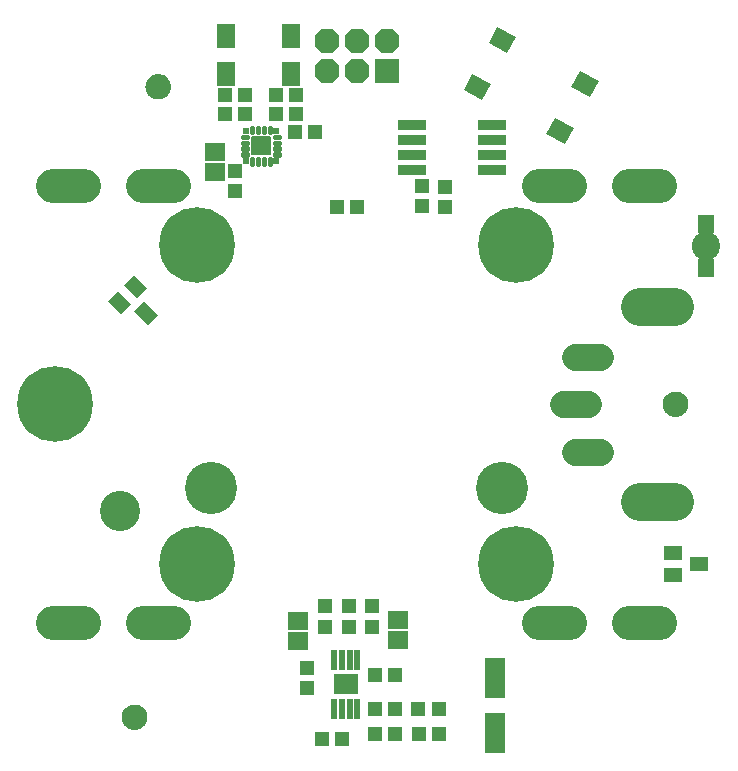
<source format=gts>
G75*
%MOIN*%
%OFA0B0*%
%FSLAX24Y24*%
%IPPOS*%
%LPD*%
%AMOC8*
5,1,8,0,0,1.08239X$1,22.5*
%
%ADD10C,0.1340*%
%ADD11C,0.0181*%
%ADD12R,0.0214X0.0214*%
%ADD13C,0.0050*%
%ADD14R,0.0513X0.0474*%
%ADD15C,0.2521*%
%ADD16C,0.0907*%
%ADD17C,0.1261*%
%ADD18R,0.0950X0.0320*%
%ADD19R,0.0820X0.0820*%
%ADD20OC8,0.0820*%
%ADD21R,0.0671X0.0592*%
%ADD22R,0.0474X0.0513*%
%ADD23R,0.0474X0.0631*%
%ADD24C,0.1130*%
%ADD25R,0.0710X0.0592*%
%ADD26R,0.0710X0.1340*%
%ADD27R,0.0592X0.0828*%
%ADD28R,0.0631X0.0474*%
%ADD29C,0.1740*%
%ADD30R,0.0237X0.0710*%
%ADD31R,0.0824X0.0698*%
%ADD32R,0.0572X0.0631*%
%ADD33C,0.0946*%
%ADD34C,0.1741*%
%ADD35C,0.0320*%
D10*
X006086Y010416D03*
D11*
X010470Y021986D02*
X010480Y021986D01*
X010470Y021986D02*
X010470Y022126D01*
X010480Y022126D01*
X010480Y021986D01*
X010667Y021986D02*
X010677Y021986D01*
X010667Y021986D02*
X010667Y022126D01*
X010677Y022126D01*
X010677Y021986D01*
X010864Y021986D02*
X010874Y021986D01*
X010864Y021986D02*
X010864Y022126D01*
X010874Y022126D01*
X010874Y021986D01*
X011061Y021986D02*
X011071Y021986D01*
X011061Y021986D02*
X011061Y022126D01*
X011071Y022126D01*
X011071Y021986D01*
X011226Y022281D02*
X011226Y022291D01*
X011366Y022291D01*
X011366Y022281D01*
X011226Y022281D01*
X011226Y022478D02*
X011226Y022488D01*
X011366Y022488D01*
X011366Y022478D01*
X011226Y022478D01*
X011226Y022675D02*
X011226Y022685D01*
X011366Y022685D01*
X011366Y022675D01*
X011226Y022675D01*
X011226Y022872D02*
X011226Y022882D01*
X011366Y022882D01*
X011366Y022872D01*
X011226Y022872D01*
X011071Y023177D02*
X011061Y023177D01*
X011071Y023177D02*
X011071Y023037D01*
X011061Y023037D01*
X011061Y023177D01*
X010874Y023177D02*
X010864Y023177D01*
X010874Y023177D02*
X010874Y023037D01*
X010864Y023037D01*
X010864Y023177D01*
X010677Y023177D02*
X010667Y023177D01*
X010677Y023177D02*
X010677Y023037D01*
X010667Y023037D01*
X010667Y023177D01*
X010480Y023177D02*
X010470Y023177D01*
X010480Y023177D02*
X010480Y023037D01*
X010470Y023037D01*
X010470Y023177D01*
X010315Y022882D02*
X010315Y022872D01*
X010175Y022872D01*
X010175Y022882D01*
X010315Y022882D01*
X010315Y022685D02*
X010315Y022675D01*
X010175Y022675D01*
X010175Y022685D01*
X010315Y022685D01*
X010315Y022488D02*
X010315Y022478D01*
X010175Y022478D01*
X010175Y022488D01*
X010315Y022488D01*
X010315Y022291D02*
X010315Y022281D01*
X010175Y022281D01*
X010175Y022291D01*
X010315Y022291D01*
D12*
X010273Y022080D03*
X011269Y022084D03*
X011269Y023080D03*
X010273Y023080D03*
D13*
X006217Y003330D02*
X006256Y003273D01*
X006305Y003225D01*
X006361Y003186D01*
X006423Y003156D01*
X006490Y003139D01*
X006558Y003133D01*
X006626Y003139D01*
X006693Y003156D01*
X006755Y003186D01*
X006811Y003225D01*
X006860Y003273D01*
X006899Y003330D01*
X006928Y003392D01*
X006946Y003458D01*
X006952Y003526D01*
X006946Y003595D01*
X006928Y003661D01*
X006899Y003723D01*
X006860Y003780D01*
X006811Y003828D01*
X006755Y003867D01*
X006693Y003896D01*
X006626Y003914D01*
X006558Y003920D01*
X006490Y003914D01*
X006423Y003896D01*
X006361Y003867D01*
X006305Y003828D01*
X006256Y003780D01*
X006217Y003723D01*
X006188Y003661D01*
X006170Y003595D01*
X006164Y003526D01*
X006170Y003458D01*
X006188Y003392D01*
X006217Y003330D01*
X006216Y003333D02*
X006900Y003333D01*
X006923Y003381D02*
X006193Y003381D01*
X006178Y003430D02*
X006938Y003430D01*
X006947Y003478D02*
X006168Y003478D01*
X006164Y003527D02*
X006952Y003527D01*
X006947Y003575D02*
X006169Y003575D01*
X006178Y003624D02*
X006938Y003624D01*
X006923Y003672D02*
X006193Y003672D01*
X006216Y003721D02*
X006900Y003721D01*
X006867Y003769D02*
X006249Y003769D01*
X006294Y003818D02*
X006822Y003818D01*
X006757Y003866D02*
X006359Y003866D01*
X006494Y003915D02*
X006622Y003915D01*
X006867Y003284D02*
X006249Y003284D01*
X006294Y003236D02*
X006822Y003236D01*
X006757Y003187D02*
X006359Y003187D01*
X006492Y003139D02*
X006624Y003139D01*
X024248Y013763D02*
X024288Y013706D01*
X024336Y013658D01*
X024393Y013619D01*
X024455Y013590D01*
X024521Y013572D01*
X024589Y013566D01*
X024658Y013572D01*
X024724Y013590D01*
X024786Y013619D01*
X024843Y013658D01*
X024891Y013706D01*
X024930Y013763D01*
X024959Y013825D01*
X024977Y013891D01*
X024983Y013960D01*
X024977Y014028D01*
X024959Y014094D01*
X024930Y014156D01*
X024891Y014213D01*
X024843Y014261D01*
X024786Y014300D01*
X024724Y014329D01*
X024658Y014347D01*
X024589Y014353D01*
X024521Y014347D01*
X024455Y014329D01*
X024393Y014300D01*
X024336Y014261D01*
X024288Y014213D01*
X024248Y014156D01*
X024219Y014094D01*
X024202Y014028D01*
X024196Y013960D01*
X024202Y013891D01*
X024219Y013825D01*
X024248Y013763D01*
X024250Y013760D02*
X024929Y013760D01*
X024952Y013809D02*
X024227Y013809D01*
X024211Y013857D02*
X024968Y013857D01*
X024978Y013906D02*
X024200Y013906D01*
X024196Y013954D02*
X024983Y013954D01*
X024979Y014003D02*
X024200Y014003D01*
X024208Y014051D02*
X024971Y014051D01*
X024957Y014100D02*
X024222Y014100D01*
X024245Y014148D02*
X024934Y014148D01*
X024902Y014197D02*
X024277Y014197D01*
X024320Y014245D02*
X024859Y014245D01*
X024796Y014294D02*
X024383Y014294D01*
X024502Y014342D02*
X024677Y014342D01*
X024895Y013712D02*
X024284Y013712D01*
X024331Y013663D02*
X024848Y013663D01*
X024778Y013615D02*
X024401Y013615D01*
X024587Y013566D02*
X024592Y013566D01*
X011058Y022294D02*
X010483Y022294D01*
X010483Y022869D01*
X011058Y022869D01*
X011058Y022294D01*
X011058Y022296D02*
X010483Y022296D01*
X010483Y022345D02*
X011058Y022345D01*
X011058Y022393D02*
X010483Y022393D01*
X010483Y022442D02*
X011058Y022442D01*
X011058Y022490D02*
X010483Y022490D01*
X010483Y022539D02*
X011058Y022539D01*
X011058Y022587D02*
X010483Y022587D01*
X010483Y022636D02*
X011058Y022636D01*
X011058Y022684D02*
X010483Y022684D01*
X010483Y022733D02*
X011058Y022733D01*
X011058Y022781D02*
X010483Y022781D01*
X010483Y022830D02*
X011058Y022830D01*
X007700Y024382D02*
X006991Y024382D01*
X007004Y024353D02*
X007044Y024297D01*
X007092Y024248D01*
X007149Y024209D01*
X007211Y024180D01*
X007277Y024162D01*
X007345Y024156D01*
X007414Y024162D01*
X007480Y024180D01*
X007542Y024209D01*
X007598Y024248D01*
X007647Y024297D01*
X007686Y024353D01*
X007715Y024415D01*
X007733Y024482D01*
X007739Y024550D01*
X007733Y024618D01*
X007715Y024685D01*
X007686Y024747D01*
X007647Y024803D01*
X007598Y024852D01*
X007542Y024891D01*
X007480Y024920D01*
X007414Y024938D01*
X007345Y024944D01*
X007277Y024938D01*
X007211Y024920D01*
X007149Y024891D01*
X007092Y024852D01*
X007044Y024803D01*
X007004Y024747D01*
X006975Y024685D01*
X006958Y024618D01*
X006952Y024550D01*
X006958Y024482D01*
X006975Y024415D01*
X007004Y024353D01*
X007018Y024333D02*
X007672Y024333D01*
X007635Y024285D02*
X007056Y024285D01*
X007110Y024236D02*
X007581Y024236D01*
X007496Y024188D02*
X007195Y024188D01*
X006971Y024430D02*
X007719Y024430D01*
X007732Y024479D02*
X006958Y024479D01*
X006954Y024527D02*
X007737Y024527D01*
X007737Y024576D02*
X006954Y024576D01*
X006959Y024624D02*
X007732Y024624D01*
X007719Y024673D02*
X006972Y024673D01*
X006992Y024721D02*
X007698Y024721D01*
X007670Y024770D02*
X007020Y024770D01*
X007059Y024818D02*
X007632Y024818D01*
X007577Y024867D02*
X007114Y024867D01*
X007200Y024915D02*
X007491Y024915D01*
D14*
X009570Y024274D03*
X010239Y024274D03*
X010239Y023645D03*
X009570Y023645D03*
X011267Y023645D03*
X011263Y024274D03*
X011932Y024274D03*
X011936Y023645D03*
X011899Y023026D03*
X012568Y023026D03*
X013310Y020534D03*
X013979Y020534D03*
X014586Y004947D03*
X015256Y004947D03*
X015254Y003799D03*
X014585Y003799D03*
X014566Y002982D03*
X015235Y002982D03*
X016031Y002982D03*
X016700Y002982D03*
X016691Y003814D03*
X016022Y003814D03*
X013477Y002813D03*
X012808Y002813D03*
D15*
X008645Y008645D03*
X003920Y013960D03*
X008645Y019274D03*
X019274Y019274D03*
X019274Y008645D03*
D16*
X021243Y012385D02*
X022070Y012385D01*
X021676Y013960D02*
X020849Y013960D01*
X021243Y015534D02*
X022070Y015534D01*
D17*
X023408Y017208D02*
X024589Y017208D01*
X024589Y010711D02*
X023408Y010711D01*
D18*
X018469Y021782D03*
X018469Y022282D03*
X018469Y022782D03*
X018469Y023282D03*
X015819Y023282D03*
X015819Y022782D03*
X015819Y022282D03*
X015819Y021782D03*
D19*
X014960Y025074D03*
D20*
X013960Y025074D03*
X012960Y025074D03*
X012960Y026074D03*
X013960Y026074D03*
X014960Y026074D03*
D21*
X009235Y022365D03*
X009235Y021696D03*
X012011Y006727D03*
X012011Y006058D03*
X015349Y006113D03*
X015349Y006782D03*
D22*
X014488Y006553D03*
X014488Y007222D03*
X013700Y007222D03*
X013700Y006553D03*
X012913Y006553D03*
X012913Y007222D03*
X012308Y005186D03*
X012308Y004517D03*
X016135Y020574D03*
X016912Y020544D03*
X016912Y021213D03*
X016135Y021243D03*
X009904Y021066D03*
X009904Y021735D03*
D23*
G36*
X006205Y017932D02*
X006540Y018267D01*
X006985Y017822D01*
X006650Y017487D01*
X006205Y017932D01*
G37*
G36*
X005676Y017403D02*
X006011Y017738D01*
X006456Y017293D01*
X006121Y016958D01*
X005676Y017403D01*
G37*
G36*
X006553Y017055D02*
X006888Y017390D01*
X007333Y016945D01*
X006998Y016610D01*
X006553Y017055D01*
G37*
D24*
X006835Y021243D02*
X007885Y021243D01*
X004885Y021243D02*
X003835Y021243D01*
X020035Y021243D02*
X021085Y021243D01*
X023035Y021243D02*
X024085Y021243D01*
X024085Y006676D02*
X023035Y006676D01*
X021085Y006676D02*
X020035Y006676D01*
X007885Y006676D02*
X006835Y006676D01*
X004885Y006676D02*
X003835Y006676D01*
D25*
G36*
X020568Y023496D02*
X021194Y023162D01*
X020916Y022640D01*
X020290Y022974D01*
X020568Y023496D01*
G37*
G36*
X021400Y025060D02*
X022026Y024726D01*
X021748Y024204D01*
X021122Y024538D01*
X021400Y025060D01*
G37*
G36*
X018637Y026529D02*
X019263Y026195D01*
X018985Y025673D01*
X018359Y026007D01*
X018637Y026529D01*
G37*
G36*
X017805Y024965D02*
X018431Y024631D01*
X018153Y024109D01*
X017527Y024443D01*
X017805Y024965D01*
G37*
D26*
X018586Y004830D03*
X018586Y003019D03*
D27*
X011774Y024975D03*
X011774Y026235D03*
X009609Y026235D03*
X009609Y024975D03*
D28*
X024511Y009019D03*
X025377Y008645D03*
X024511Y008271D03*
D29*
X018818Y011154D03*
X009101Y011154D03*
D30*
X013221Y005450D03*
X013477Y005450D03*
X013733Y005450D03*
X013989Y005450D03*
X013989Y003797D03*
X013733Y003797D03*
X013477Y003797D03*
X013221Y003797D03*
D31*
X013605Y004623D03*
D32*
X025623Y018517D03*
X025623Y019973D03*
D33*
X025623Y019245D03*
D34*
X019274Y019274D03*
X008645Y019274D03*
X008645Y008645D03*
X019274Y008645D03*
D35*
X010913Y022444D03*
X010908Y022719D03*
X010633Y022719D03*
X010633Y022444D03*
M02*

</source>
